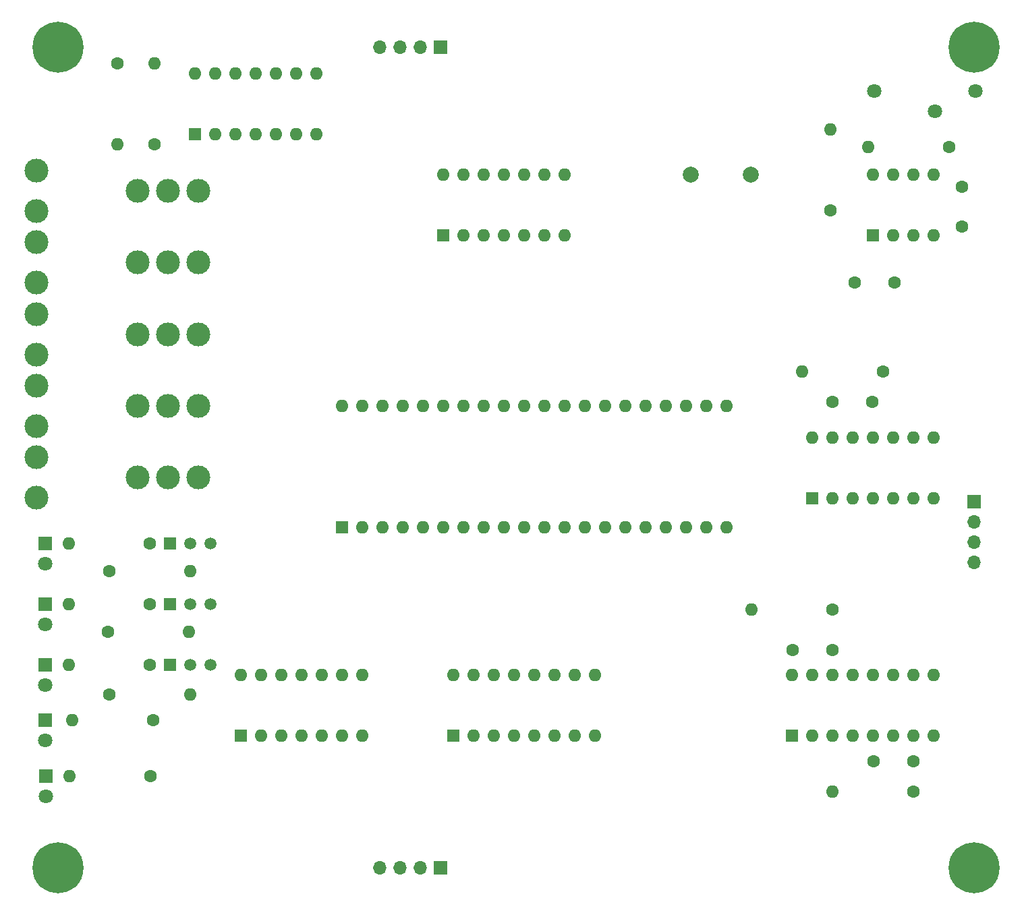
<source format=gbr>
%TF.GenerationSoftware,KiCad,Pcbnew,(5.1.10-1-10_14)*%
%TF.CreationDate,2021-06-30T19:54:52+10:00*%
%TF.ProjectId,E8Serial,45385365-7269-4616-9c2e-6b696361645f,rev?*%
%TF.SameCoordinates,Original*%
%TF.FileFunction,Soldermask,Top*%
%TF.FilePolarity,Negative*%
%FSLAX46Y46*%
G04 Gerber Fmt 4.6, Leading zero omitted, Abs format (unit mm)*
G04 Created by KiCad (PCBNEW (5.1.10-1-10_14)) date 2021-06-30 19:54:52*
%MOMM*%
%LPD*%
G01*
G04 APERTURE LIST*
%ADD10O,1.700000X1.700000*%
%ADD11R,1.700000X1.700000*%
%ADD12C,0.800000*%
%ADD13C,6.400000*%
%ADD14C,2.000000*%
%ADD15O,1.600000X1.600000*%
%ADD16R,1.600000X1.600000*%
%ADD17C,1.800000*%
%ADD18C,1.600000*%
%ADD19R,1.500000X1.500000*%
%ADD20C,1.500000*%
%ADD21R,1.800000X1.800000*%
%ADD22C,3.000000*%
G04 APERTURE END LIST*
D10*
%TO.C,J3*%
X160020000Y-116620000D03*
X160020000Y-114080000D03*
X160020000Y-111540000D03*
D11*
X160020000Y-109000000D03*
%TD*%
D10*
%TO.C,J2*%
X85380000Y-155000000D03*
X87920000Y-155000000D03*
X90460000Y-155000000D03*
D11*
X93000000Y-155000000D03*
%TD*%
D12*
%TO.C,H4*%
X46697056Y-153302944D03*
X45000000Y-152600000D03*
X43302944Y-153302944D03*
X42600000Y-155000000D03*
X43302944Y-156697056D03*
X45000000Y-157400000D03*
X46697056Y-156697056D03*
X47400000Y-155000000D03*
D13*
X45000000Y-155000000D03*
%TD*%
D12*
%TO.C,H3*%
X161697056Y-153302944D03*
X160000000Y-152600000D03*
X158302944Y-153302944D03*
X157600000Y-155000000D03*
X158302944Y-156697056D03*
X160000000Y-157400000D03*
X161697056Y-156697056D03*
X162400000Y-155000000D03*
D13*
X160000000Y-155000000D03*
%TD*%
D12*
%TO.C,H2*%
X161697056Y-50302944D03*
X160000000Y-49600000D03*
X158302944Y-50302944D03*
X157600000Y-52000000D03*
X158302944Y-53697056D03*
X160000000Y-54400000D03*
X161697056Y-53697056D03*
X162400000Y-52000000D03*
D13*
X160000000Y-52000000D03*
%TD*%
D12*
%TO.C,H1*%
X46697056Y-50302944D03*
X45000000Y-49600000D03*
X43302944Y-50302944D03*
X42600000Y-52000000D03*
X43302944Y-53697056D03*
X45000000Y-54400000D03*
X46697056Y-53697056D03*
X47400000Y-52000000D03*
D13*
X45000000Y-52000000D03*
%TD*%
D14*
%TO.C,C3*%
X131960000Y-67945000D03*
X124460000Y-67945000D03*
%TD*%
D15*
%TO.C,U8*%
X137160000Y-130810000D03*
X154940000Y-138430000D03*
X139700000Y-130810000D03*
X152400000Y-138430000D03*
X142240000Y-130810000D03*
X149860000Y-138430000D03*
X144780000Y-130810000D03*
X147320000Y-138430000D03*
X147320000Y-130810000D03*
X144780000Y-138430000D03*
X149860000Y-130810000D03*
X142240000Y-138430000D03*
X152400000Y-130810000D03*
X139700000Y-138430000D03*
X154940000Y-130810000D03*
D16*
X137160000Y-138430000D03*
%TD*%
D15*
%TO.C,U6*%
X67945000Y-130810000D03*
X83185000Y-138430000D03*
X70485000Y-130810000D03*
X80645000Y-138430000D03*
X73025000Y-130810000D03*
X78105000Y-138430000D03*
X75565000Y-130810000D03*
X75565000Y-138430000D03*
X78105000Y-130810000D03*
X73025000Y-138430000D03*
X80645000Y-130810000D03*
X70485000Y-138430000D03*
X83185000Y-130810000D03*
D16*
X67945000Y-138430000D03*
%TD*%
D15*
%TO.C,U2*%
X93345000Y-67945000D03*
X108585000Y-75565000D03*
X95885000Y-67945000D03*
X106045000Y-75565000D03*
X98425000Y-67945000D03*
X103505000Y-75565000D03*
X100965000Y-67945000D03*
X100965000Y-75565000D03*
X103505000Y-67945000D03*
X98425000Y-75565000D03*
X106045000Y-67945000D03*
X95885000Y-75565000D03*
X108585000Y-67945000D03*
D16*
X93345000Y-75565000D03*
%TD*%
D15*
%TO.C,U1*%
X62230000Y-55245000D03*
X77470000Y-62865000D03*
X64770000Y-55245000D03*
X74930000Y-62865000D03*
X67310000Y-55245000D03*
X72390000Y-62865000D03*
X69850000Y-55245000D03*
X69850000Y-62865000D03*
X72390000Y-55245000D03*
X67310000Y-62865000D03*
X74930000Y-55245000D03*
X64770000Y-62865000D03*
X77470000Y-55245000D03*
D16*
X62230000Y-62865000D03*
%TD*%
D17*
%TO.C,RV1*%
X160200000Y-57500000D03*
X155120000Y-60040000D03*
X147500000Y-57500000D03*
%TD*%
D15*
%TO.C,R14*%
X142240000Y-145415000D03*
D18*
X152400000Y-145415000D03*
%TD*%
D15*
%TO.C,R13*%
X132080000Y-122555000D03*
D18*
X142240000Y-122555000D03*
%TD*%
D15*
%TO.C,R12*%
X138430000Y-92710000D03*
D18*
X148590000Y-92710000D03*
%TD*%
D15*
%TO.C,R11*%
X61595000Y-133208000D03*
D18*
X51435000Y-133208000D03*
%TD*%
D15*
%TO.C,R10*%
X61468000Y-125334000D03*
D18*
X51308000Y-125334000D03*
%TD*%
D15*
%TO.C,R9*%
X57150000Y-53975000D03*
D18*
X57150000Y-64135000D03*
%TD*%
D19*
%TO.C,Q3*%
X59055000Y-129525000D03*
D20*
X64135000Y-129525000D03*
X61595000Y-129525000D03*
%TD*%
D19*
%TO.C,Q2*%
X59055000Y-121905000D03*
D20*
X64135000Y-121905000D03*
X61595000Y-121905000D03*
%TD*%
D19*
%TO.C,Q1*%
X59055000Y-114285000D03*
D20*
X64135000Y-114285000D03*
X61595000Y-114285000D03*
%TD*%
D10*
%TO.C,J1*%
X85380000Y-52000000D03*
X87920000Y-52000000D03*
X90460000Y-52000000D03*
D11*
X93000000Y-52000000D03*
%TD*%
D18*
%TO.C,C6*%
X147400000Y-141605000D03*
X152400000Y-141605000D03*
%TD*%
%TO.C,C5*%
X137240000Y-127635000D03*
X142240000Y-127635000D03*
%TD*%
%TO.C,C4*%
X147240000Y-96520000D03*
X142240000Y-96520000D03*
%TD*%
D15*
%TO.C,R15*%
X61595000Y-117714000D03*
D18*
X51435000Y-117714000D03*
%TD*%
D15*
%TO.C,R8*%
X46500000Y-143495000D03*
D18*
X56660000Y-143495000D03*
%TD*%
D17*
%TO.C,D5*%
X43500000Y-146035000D03*
D21*
X43500000Y-143495000D03*
%TD*%
D15*
%TO.C,R7*%
X46840000Y-136500000D03*
D18*
X57000000Y-136500000D03*
%TD*%
D15*
%TO.C,R6*%
X46355000Y-129525000D03*
D18*
X56515000Y-129525000D03*
%TD*%
D15*
%TO.C,R5*%
X46340000Y-121905000D03*
D18*
X56500000Y-121905000D03*
%TD*%
D15*
%TO.C,R4*%
X46340000Y-114285000D03*
D18*
X56500000Y-114285000D03*
%TD*%
D17*
%TO.C,D4*%
X43450000Y-139040000D03*
D21*
X43450000Y-136500000D03*
%TD*%
D17*
%TO.C,D3*%
X43450000Y-132065000D03*
D21*
X43450000Y-129525000D03*
%TD*%
D17*
%TO.C,D2*%
X43450000Y-124445000D03*
D21*
X43450000Y-121905000D03*
%TD*%
D17*
%TO.C,D1*%
X43450000Y-116825000D03*
D21*
X43450000Y-114285000D03*
%TD*%
D15*
%TO.C,U7*%
X94615000Y-130810000D03*
X112395000Y-138430000D03*
X97155000Y-130810000D03*
X109855000Y-138430000D03*
X99695000Y-130810000D03*
X107315000Y-138430000D03*
X102235000Y-130810000D03*
X104775000Y-138430000D03*
X104775000Y-130810000D03*
X102235000Y-138430000D03*
X107315000Y-130810000D03*
X99695000Y-138430000D03*
X109855000Y-130810000D03*
X97155000Y-138430000D03*
X112395000Y-130810000D03*
D16*
X94615000Y-138430000D03*
%TD*%
D15*
%TO.C,U4*%
X80645000Y-97000000D03*
X128905000Y-112240000D03*
X83185000Y-97000000D03*
X126365000Y-112240000D03*
X85725000Y-97000000D03*
X123825000Y-112240000D03*
X88265000Y-97000000D03*
X121285000Y-112240000D03*
X90805000Y-97000000D03*
X118745000Y-112240000D03*
X93345000Y-97000000D03*
X116205000Y-112240000D03*
X95885000Y-97000000D03*
X113665000Y-112240000D03*
X98425000Y-97000000D03*
X111125000Y-112240000D03*
X100965000Y-97000000D03*
X108585000Y-112240000D03*
X103505000Y-97000000D03*
X106045000Y-112240000D03*
X106045000Y-97000000D03*
X103505000Y-112240000D03*
X108585000Y-97000000D03*
X100965000Y-112240000D03*
X111125000Y-97000000D03*
X98425000Y-112240000D03*
X113665000Y-97000000D03*
X95885000Y-112240000D03*
X116205000Y-97000000D03*
X93345000Y-112240000D03*
X118745000Y-97000000D03*
X90805000Y-112240000D03*
X121285000Y-97000000D03*
X88265000Y-112240000D03*
X123825000Y-97000000D03*
X85725000Y-112240000D03*
X126365000Y-97000000D03*
X83185000Y-112240000D03*
X128905000Y-97000000D03*
D16*
X80645000Y-112240000D03*
%TD*%
D15*
%TO.C,U3*%
X147320000Y-67945000D03*
X154940000Y-75565000D03*
X149860000Y-67945000D03*
X152400000Y-75565000D03*
X152400000Y-67945000D03*
X149860000Y-75565000D03*
X154940000Y-67945000D03*
D16*
X147320000Y-75565000D03*
%TD*%
D15*
%TO.C,U5*%
X139700000Y-100965000D03*
X154940000Y-108585000D03*
X142240000Y-100965000D03*
X152400000Y-108585000D03*
X144780000Y-100965000D03*
X149860000Y-108585000D03*
X147320000Y-100965000D03*
X147320000Y-108585000D03*
X149860000Y-100965000D03*
X144780000Y-108585000D03*
X152400000Y-100965000D03*
X142240000Y-108585000D03*
X154940000Y-100965000D03*
D16*
X139700000Y-108585000D03*
%TD*%
D22*
%TO.C,SW5*%
X42300000Y-67460000D03*
X42300000Y-72540000D03*
X55000000Y-70000000D03*
X58810000Y-70000000D03*
X62620000Y-70000000D03*
%TD*%
%TO.C,SW4*%
X42300000Y-76460000D03*
X42300000Y-81540000D03*
X55000000Y-79000000D03*
X58810000Y-79000000D03*
X62620000Y-79000000D03*
%TD*%
%TO.C,SW3*%
X42300000Y-103460000D03*
X42300000Y-108540000D03*
X55000000Y-106000000D03*
X58810000Y-106000000D03*
X62620000Y-106000000D03*
%TD*%
%TO.C,SW2*%
X42300000Y-94460000D03*
X42300000Y-99540000D03*
X55000000Y-97000000D03*
X58810000Y-97000000D03*
X62620000Y-97000000D03*
%TD*%
%TO.C,SW1*%
X42300000Y-85460000D03*
X42300000Y-90540000D03*
X55000000Y-88000000D03*
X58810000Y-88000000D03*
X62620000Y-88000000D03*
%TD*%
D15*
%TO.C,R3*%
X146685000Y-64500000D03*
D18*
X156845000Y-64500000D03*
%TD*%
D15*
%TO.C,R2*%
X142000000Y-62340000D03*
D18*
X142000000Y-72500000D03*
%TD*%
D15*
%TO.C,R1*%
X52500000Y-64160000D03*
D18*
X52500000Y-54000000D03*
%TD*%
%TO.C,C2*%
X145000000Y-81500000D03*
X150000000Y-81500000D03*
%TD*%
%TO.C,C1*%
X158500000Y-74500000D03*
X158500000Y-69500000D03*
%TD*%
M02*

</source>
